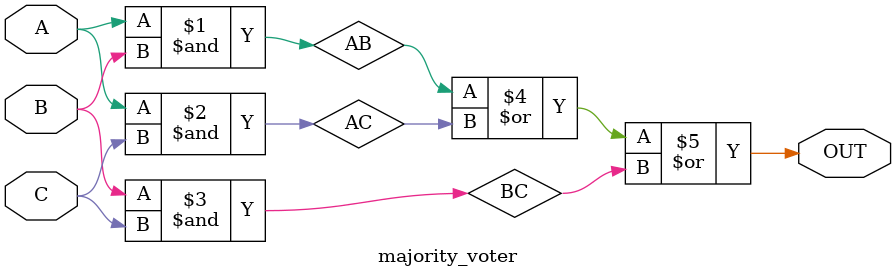
<source format=v>
`timescale 1ns / 1ps

module majority_voter(A,B,C,OUT);
	
	input A;
	input B;
	input C;
	
	output OUT;
	
	wire AB;
	wire AC;
	wire BC;
	
	assign AB = A & B;
	assign AC = A & C;
	assign BC = B & C;
	
	assign OUT = AB | AC | BC;
	
endmodule 
</source>
